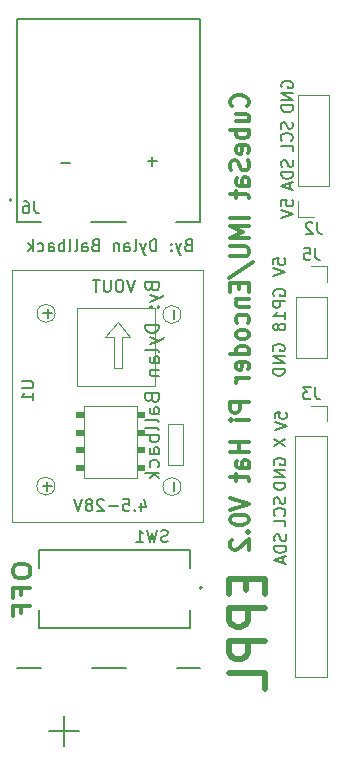
<source format=gbr>
%TF.GenerationSoftware,KiCad,Pcbnew,(6.0.5-0)*%
%TF.CreationDate,2024-03-04T10:57:06-05:00*%
%TF.ProjectId,CubeSat PCB V0.2,43756265-5361-4742-9050-43422056302e,rev?*%
%TF.SameCoordinates,Original*%
%TF.FileFunction,Legend,Bot*%
%TF.FilePolarity,Positive*%
%FSLAX46Y46*%
G04 Gerber Fmt 4.6, Leading zero omitted, Abs format (unit mm)*
G04 Created by KiCad (PCBNEW (6.0.5-0)) date 2024-03-04 10:57:06*
%MOMM*%
%LPD*%
G01*
G04 APERTURE LIST*
%ADD10C,0.200000*%
%ADD11C,0.150000*%
%ADD12C,0.300000*%
%ADD13C,0.500000*%
%ADD14C,0.100000*%
%ADD15C,0.120000*%
%ADD16C,0.127000*%
G04 APERTURE END LIST*
D10*
X104014285Y-85264285D02*
X104071428Y-85435714D01*
X104128571Y-85492857D01*
X104242857Y-85550000D01*
X104414285Y-85550000D01*
X104528571Y-85492857D01*
X104585714Y-85435714D01*
X104642857Y-85321428D01*
X104642857Y-84864285D01*
X103442857Y-84864285D01*
X103442857Y-85264285D01*
X103500000Y-85378571D01*
X103557142Y-85435714D01*
X103671428Y-85492857D01*
X103785714Y-85492857D01*
X103900000Y-85435714D01*
X103957142Y-85378571D01*
X104014285Y-85264285D01*
X104014285Y-84864285D01*
X103842857Y-85950000D02*
X104642857Y-86235714D01*
X103842857Y-86521428D02*
X104642857Y-86235714D01*
X104928571Y-86121428D01*
X104985714Y-86064285D01*
X105042857Y-85950000D01*
X104528571Y-86978571D02*
X104585714Y-87035714D01*
X104642857Y-86978571D01*
X104585714Y-86921428D01*
X104528571Y-86978571D01*
X104642857Y-86978571D01*
X103900000Y-86978571D02*
X103957142Y-87035714D01*
X104014285Y-86978571D01*
X103957142Y-86921428D01*
X103900000Y-86978571D01*
X104014285Y-86978571D01*
X104642857Y-88464285D02*
X103442857Y-88464285D01*
X103442857Y-88750000D01*
X103500000Y-88921428D01*
X103614285Y-89035714D01*
X103728571Y-89092857D01*
X103957142Y-89150000D01*
X104128571Y-89150000D01*
X104357142Y-89092857D01*
X104471428Y-89035714D01*
X104585714Y-88921428D01*
X104642857Y-88750000D01*
X104642857Y-88464285D01*
X103842857Y-89550000D02*
X104642857Y-89835714D01*
X103842857Y-90121428D02*
X104642857Y-89835714D01*
X104928571Y-89721428D01*
X104985714Y-89664285D01*
X105042857Y-89550000D01*
X104642857Y-90750000D02*
X104585714Y-90635714D01*
X104471428Y-90578571D01*
X103442857Y-90578571D01*
X104642857Y-91721428D02*
X104014285Y-91721428D01*
X103900000Y-91664285D01*
X103842857Y-91550000D01*
X103842857Y-91321428D01*
X103900000Y-91207142D01*
X104585714Y-91721428D02*
X104642857Y-91607142D01*
X104642857Y-91321428D01*
X104585714Y-91207142D01*
X104471428Y-91150000D01*
X104357142Y-91150000D01*
X104242857Y-91207142D01*
X104185714Y-91321428D01*
X104185714Y-91607142D01*
X104128571Y-91721428D01*
X103842857Y-92292857D02*
X104642857Y-92292857D01*
X103957142Y-92292857D02*
X103900000Y-92350000D01*
X103842857Y-92464285D01*
X103842857Y-92635714D01*
X103900000Y-92750000D01*
X104014285Y-92807142D01*
X104642857Y-92807142D01*
X104014285Y-94692857D02*
X104071428Y-94864285D01*
X104128571Y-94921428D01*
X104242857Y-94978571D01*
X104414285Y-94978571D01*
X104528571Y-94921428D01*
X104585714Y-94864285D01*
X104642857Y-94750000D01*
X104642857Y-94292857D01*
X103442857Y-94292857D01*
X103442857Y-94692857D01*
X103500000Y-94807142D01*
X103557142Y-94864285D01*
X103671428Y-94921428D01*
X103785714Y-94921428D01*
X103900000Y-94864285D01*
X103957142Y-94807142D01*
X104014285Y-94692857D01*
X104014285Y-94292857D01*
X104642857Y-96007142D02*
X104014285Y-96007142D01*
X103900000Y-95950000D01*
X103842857Y-95835714D01*
X103842857Y-95607142D01*
X103900000Y-95492857D01*
X104585714Y-96007142D02*
X104642857Y-95892857D01*
X104642857Y-95607142D01*
X104585714Y-95492857D01*
X104471428Y-95435714D01*
X104357142Y-95435714D01*
X104242857Y-95492857D01*
X104185714Y-95607142D01*
X104185714Y-95892857D01*
X104128571Y-96007142D01*
X104642857Y-96750000D02*
X104585714Y-96635714D01*
X104471428Y-96578571D01*
X103442857Y-96578571D01*
X104642857Y-97378571D02*
X104585714Y-97264285D01*
X104471428Y-97207142D01*
X103442857Y-97207142D01*
X104642857Y-97835714D02*
X103442857Y-97835714D01*
X103900000Y-97835714D02*
X103842857Y-97950000D01*
X103842857Y-98178571D01*
X103900000Y-98292857D01*
X103957142Y-98350000D01*
X104071428Y-98407142D01*
X104414285Y-98407142D01*
X104528571Y-98350000D01*
X104585714Y-98292857D01*
X104642857Y-98178571D01*
X104642857Y-97950000D01*
X104585714Y-97835714D01*
X104642857Y-99435714D02*
X104014285Y-99435714D01*
X103900000Y-99378571D01*
X103842857Y-99264285D01*
X103842857Y-99035714D01*
X103900000Y-98921428D01*
X104585714Y-99435714D02*
X104642857Y-99321428D01*
X104642857Y-99035714D01*
X104585714Y-98921428D01*
X104471428Y-98864285D01*
X104357142Y-98864285D01*
X104242857Y-98921428D01*
X104185714Y-99035714D01*
X104185714Y-99321428D01*
X104128571Y-99435714D01*
X104585714Y-100521428D02*
X104642857Y-100407142D01*
X104642857Y-100178571D01*
X104585714Y-100064285D01*
X104528571Y-100007142D01*
X104414285Y-99950000D01*
X104071428Y-99950000D01*
X103957142Y-100007142D01*
X103900000Y-100064285D01*
X103842857Y-100178571D01*
X103842857Y-100407142D01*
X103900000Y-100521428D01*
X104642857Y-101035714D02*
X103442857Y-101035714D01*
X104185714Y-101150000D02*
X104642857Y-101492857D01*
X103842857Y-101492857D02*
X104300000Y-101035714D01*
D11*
X115954761Y-74535714D02*
X116002380Y-74678571D01*
X116002380Y-74916666D01*
X115954761Y-75011904D01*
X115907142Y-75059523D01*
X115811904Y-75107142D01*
X115716666Y-75107142D01*
X115621428Y-75059523D01*
X115573809Y-75011904D01*
X115526190Y-74916666D01*
X115478571Y-74726190D01*
X115430952Y-74630952D01*
X115383333Y-74583333D01*
X115288095Y-74535714D01*
X115192857Y-74535714D01*
X115097619Y-74583333D01*
X115050000Y-74630952D01*
X115002380Y-74726190D01*
X115002380Y-74964285D01*
X115050000Y-75107142D01*
X116002380Y-75535714D02*
X115002380Y-75535714D01*
X115002380Y-75773809D01*
X115050000Y-75916666D01*
X115145238Y-76011904D01*
X115240476Y-76059523D01*
X115430952Y-76107142D01*
X115573809Y-76107142D01*
X115764285Y-76059523D01*
X115859523Y-76011904D01*
X115954761Y-75916666D01*
X116002380Y-75773809D01*
X116002380Y-75535714D01*
X115716666Y-76488095D02*
X115716666Y-76964285D01*
X116002380Y-76392857D02*
X115002380Y-76726190D01*
X116002380Y-77059523D01*
D12*
X92253571Y-109185714D02*
X92253571Y-109528571D01*
X92325000Y-109700000D01*
X92467857Y-109871428D01*
X92753571Y-109957142D01*
X93253571Y-109957142D01*
X93539285Y-109871428D01*
X93682142Y-109700000D01*
X93753571Y-109528571D01*
X93753571Y-109185714D01*
X93682142Y-109014285D01*
X93539285Y-108842857D01*
X93253571Y-108757142D01*
X92753571Y-108757142D01*
X92467857Y-108842857D01*
X92325000Y-109014285D01*
X92253571Y-109185714D01*
X92967857Y-111328571D02*
X92967857Y-110728571D01*
X93753571Y-110728571D02*
X92253571Y-110728571D01*
X92253571Y-111585714D01*
X92967857Y-112871428D02*
X92967857Y-112271428D01*
X93753571Y-112271428D02*
X92253571Y-112271428D01*
X92253571Y-113128571D01*
D11*
X115002380Y-78409523D02*
X115002380Y-77933333D01*
X115478571Y-77885714D01*
X115430952Y-77933333D01*
X115383333Y-78028571D01*
X115383333Y-78266666D01*
X115430952Y-78361904D01*
X115478571Y-78409523D01*
X115573809Y-78457142D01*
X115811904Y-78457142D01*
X115907142Y-78409523D01*
X115954761Y-78361904D01*
X116002380Y-78266666D01*
X116002380Y-78028571D01*
X115954761Y-77933333D01*
X115907142Y-77885714D01*
X115002380Y-78742857D02*
X116002380Y-79076190D01*
X115002380Y-79409523D01*
X107096428Y-81728571D02*
X106953571Y-81776190D01*
X106905952Y-81823809D01*
X106858333Y-81919047D01*
X106858333Y-82061904D01*
X106905952Y-82157142D01*
X106953571Y-82204761D01*
X107048809Y-82252380D01*
X107429761Y-82252380D01*
X107429761Y-81252380D01*
X107096428Y-81252380D01*
X107001190Y-81300000D01*
X106953571Y-81347619D01*
X106905952Y-81442857D01*
X106905952Y-81538095D01*
X106953571Y-81633333D01*
X107001190Y-81680952D01*
X107096428Y-81728571D01*
X107429761Y-81728571D01*
X106525000Y-81585714D02*
X106286904Y-82252380D01*
X106048809Y-81585714D02*
X106286904Y-82252380D01*
X106382142Y-82490476D01*
X106429761Y-82538095D01*
X106525000Y-82585714D01*
X105667857Y-82157142D02*
X105620238Y-82204761D01*
X105667857Y-82252380D01*
X105715476Y-82204761D01*
X105667857Y-82157142D01*
X105667857Y-82252380D01*
X105667857Y-81633333D02*
X105620238Y-81680952D01*
X105667857Y-81728571D01*
X105715476Y-81680952D01*
X105667857Y-81633333D01*
X105667857Y-81728571D01*
X104429761Y-82252380D02*
X104429761Y-81252380D01*
X104191666Y-81252380D01*
X104048809Y-81300000D01*
X103953571Y-81395238D01*
X103905952Y-81490476D01*
X103858333Y-81680952D01*
X103858333Y-81823809D01*
X103905952Y-82014285D01*
X103953571Y-82109523D01*
X104048809Y-82204761D01*
X104191666Y-82252380D01*
X104429761Y-82252380D01*
X103525000Y-81585714D02*
X103286904Y-82252380D01*
X103048809Y-81585714D02*
X103286904Y-82252380D01*
X103382142Y-82490476D01*
X103429761Y-82538095D01*
X103525000Y-82585714D01*
X102525000Y-82252380D02*
X102620238Y-82204761D01*
X102667857Y-82109523D01*
X102667857Y-81252380D01*
X101715476Y-82252380D02*
X101715476Y-81728571D01*
X101763095Y-81633333D01*
X101858333Y-81585714D01*
X102048809Y-81585714D01*
X102144047Y-81633333D01*
X101715476Y-82204761D02*
X101810714Y-82252380D01*
X102048809Y-82252380D01*
X102144047Y-82204761D01*
X102191666Y-82109523D01*
X102191666Y-82014285D01*
X102144047Y-81919047D01*
X102048809Y-81871428D01*
X101810714Y-81871428D01*
X101715476Y-81823809D01*
X101239285Y-81585714D02*
X101239285Y-82252380D01*
X101239285Y-81680952D02*
X101191666Y-81633333D01*
X101096428Y-81585714D01*
X100953571Y-81585714D01*
X100858333Y-81633333D01*
X100810714Y-81728571D01*
X100810714Y-82252380D01*
X99239285Y-81728571D02*
X99096428Y-81776190D01*
X99048809Y-81823809D01*
X99001190Y-81919047D01*
X99001190Y-82061904D01*
X99048809Y-82157142D01*
X99096428Y-82204761D01*
X99191666Y-82252380D01*
X99572619Y-82252380D01*
X99572619Y-81252380D01*
X99239285Y-81252380D01*
X99144047Y-81300000D01*
X99096428Y-81347619D01*
X99048809Y-81442857D01*
X99048809Y-81538095D01*
X99096428Y-81633333D01*
X99144047Y-81680952D01*
X99239285Y-81728571D01*
X99572619Y-81728571D01*
X98144047Y-82252380D02*
X98144047Y-81728571D01*
X98191666Y-81633333D01*
X98286904Y-81585714D01*
X98477380Y-81585714D01*
X98572619Y-81633333D01*
X98144047Y-82204761D02*
X98239285Y-82252380D01*
X98477380Y-82252380D01*
X98572619Y-82204761D01*
X98620238Y-82109523D01*
X98620238Y-82014285D01*
X98572619Y-81919047D01*
X98477380Y-81871428D01*
X98239285Y-81871428D01*
X98144047Y-81823809D01*
X97525000Y-82252380D02*
X97620238Y-82204761D01*
X97667857Y-82109523D01*
X97667857Y-81252380D01*
X97001190Y-82252380D02*
X97096428Y-82204761D01*
X97144047Y-82109523D01*
X97144047Y-81252380D01*
X96620238Y-82252380D02*
X96620238Y-81252380D01*
X96620238Y-81633333D02*
X96525000Y-81585714D01*
X96334523Y-81585714D01*
X96239285Y-81633333D01*
X96191666Y-81680952D01*
X96144047Y-81776190D01*
X96144047Y-82061904D01*
X96191666Y-82157142D01*
X96239285Y-82204761D01*
X96334523Y-82252380D01*
X96525000Y-82252380D01*
X96620238Y-82204761D01*
X95286904Y-82252380D02*
X95286904Y-81728571D01*
X95334523Y-81633333D01*
X95429761Y-81585714D01*
X95620238Y-81585714D01*
X95715476Y-81633333D01*
X95286904Y-82204761D02*
X95382142Y-82252380D01*
X95620238Y-82252380D01*
X95715476Y-82204761D01*
X95763095Y-82109523D01*
X95763095Y-82014285D01*
X95715476Y-81919047D01*
X95620238Y-81871428D01*
X95382142Y-81871428D01*
X95286904Y-81823809D01*
X94382142Y-82204761D02*
X94477380Y-82252380D01*
X94667857Y-82252380D01*
X94763095Y-82204761D01*
X94810714Y-82157142D01*
X94858333Y-82061904D01*
X94858333Y-81776190D01*
X94810714Y-81680952D01*
X94763095Y-81633333D01*
X94667857Y-81585714D01*
X94477380Y-81585714D01*
X94382142Y-81633333D01*
X93953571Y-82252380D02*
X93953571Y-81252380D01*
X93858333Y-81871428D02*
X93572619Y-82252380D01*
X93572619Y-81585714D02*
X93953571Y-81966666D01*
X114400000Y-100338095D02*
X114352380Y-100242857D01*
X114352380Y-100100000D01*
X114400000Y-99957142D01*
X114495238Y-99861904D01*
X114590476Y-99814285D01*
X114780952Y-99766666D01*
X114923809Y-99766666D01*
X115114285Y-99814285D01*
X115209523Y-99861904D01*
X115304761Y-99957142D01*
X115352380Y-100100000D01*
X115352380Y-100195238D01*
X115304761Y-100338095D01*
X115257142Y-100385714D01*
X114923809Y-100385714D01*
X114923809Y-100195238D01*
X115352380Y-100814285D02*
X114352380Y-100814285D01*
X115352380Y-101385714D01*
X114352380Y-101385714D01*
X115352380Y-101861904D02*
X114352380Y-101861904D01*
X114352380Y-102100000D01*
X114400000Y-102242857D01*
X114495238Y-102338095D01*
X114590476Y-102385714D01*
X114780952Y-102433333D01*
X114923809Y-102433333D01*
X115114285Y-102385714D01*
X115209523Y-102338095D01*
X115304761Y-102242857D01*
X115352380Y-102100000D01*
X115352380Y-101861904D01*
X114352380Y-98116666D02*
X115352380Y-98783333D01*
X114352380Y-98783333D02*
X115352380Y-98116666D01*
X114325000Y-90688095D02*
X114277380Y-90592857D01*
X114277380Y-90450000D01*
X114325000Y-90307142D01*
X114420238Y-90211904D01*
X114515476Y-90164285D01*
X114705952Y-90116666D01*
X114848809Y-90116666D01*
X115039285Y-90164285D01*
X115134523Y-90211904D01*
X115229761Y-90307142D01*
X115277380Y-90450000D01*
X115277380Y-90545238D01*
X115229761Y-90688095D01*
X115182142Y-90735714D01*
X114848809Y-90735714D01*
X114848809Y-90545238D01*
X115277380Y-91164285D02*
X114277380Y-91164285D01*
X115277380Y-91735714D01*
X114277380Y-91735714D01*
X115277380Y-92211904D02*
X114277380Y-92211904D01*
X114277380Y-92450000D01*
X114325000Y-92592857D01*
X114420238Y-92688095D01*
X114515476Y-92735714D01*
X114705952Y-92783333D01*
X114848809Y-92783333D01*
X115039285Y-92735714D01*
X115134523Y-92688095D01*
X115229761Y-92592857D01*
X115277380Y-92450000D01*
X115277380Y-92211904D01*
X115050000Y-68388095D02*
X115002380Y-68292857D01*
X115002380Y-68150000D01*
X115050000Y-68007142D01*
X115145238Y-67911904D01*
X115240476Y-67864285D01*
X115430952Y-67816666D01*
X115573809Y-67816666D01*
X115764285Y-67864285D01*
X115859523Y-67911904D01*
X115954761Y-68007142D01*
X116002380Y-68150000D01*
X116002380Y-68245238D01*
X115954761Y-68388095D01*
X115907142Y-68435714D01*
X115573809Y-68435714D01*
X115573809Y-68245238D01*
X116002380Y-68864285D02*
X115002380Y-68864285D01*
X116002380Y-69435714D01*
X115002380Y-69435714D01*
X116002380Y-69911904D02*
X115002380Y-69911904D01*
X115002380Y-70150000D01*
X115050000Y-70292857D01*
X115145238Y-70388095D01*
X115240476Y-70435714D01*
X115430952Y-70483333D01*
X115573809Y-70483333D01*
X115764285Y-70435714D01*
X115859523Y-70388095D01*
X115954761Y-70292857D01*
X116002380Y-70150000D01*
X116002380Y-69911904D01*
D12*
X112096428Y-69978571D02*
X112172619Y-69907142D01*
X112248809Y-69692857D01*
X112248809Y-69550000D01*
X112172619Y-69335714D01*
X112020238Y-69192857D01*
X111867857Y-69121428D01*
X111563095Y-69050000D01*
X111334523Y-69050000D01*
X111029761Y-69121428D01*
X110877380Y-69192857D01*
X110725000Y-69335714D01*
X110648809Y-69550000D01*
X110648809Y-69692857D01*
X110725000Y-69907142D01*
X110801190Y-69978571D01*
X111182142Y-71264285D02*
X112248809Y-71264285D01*
X111182142Y-70621428D02*
X112020238Y-70621428D01*
X112172619Y-70692857D01*
X112248809Y-70835714D01*
X112248809Y-71050000D01*
X112172619Y-71192857D01*
X112096428Y-71264285D01*
X112248809Y-71978571D02*
X110648809Y-71978571D01*
X111258333Y-71978571D02*
X111182142Y-72121428D01*
X111182142Y-72407142D01*
X111258333Y-72550000D01*
X111334523Y-72621428D01*
X111486904Y-72692857D01*
X111944047Y-72692857D01*
X112096428Y-72621428D01*
X112172619Y-72550000D01*
X112248809Y-72407142D01*
X112248809Y-72121428D01*
X112172619Y-71978571D01*
X112172619Y-73907142D02*
X112248809Y-73764285D01*
X112248809Y-73478571D01*
X112172619Y-73335714D01*
X112020238Y-73264285D01*
X111410714Y-73264285D01*
X111258333Y-73335714D01*
X111182142Y-73478571D01*
X111182142Y-73764285D01*
X111258333Y-73907142D01*
X111410714Y-73978571D01*
X111563095Y-73978571D01*
X111715476Y-73264285D01*
X112172619Y-74550000D02*
X112248809Y-74764285D01*
X112248809Y-75121428D01*
X112172619Y-75264285D01*
X112096428Y-75335714D01*
X111944047Y-75407142D01*
X111791666Y-75407142D01*
X111639285Y-75335714D01*
X111563095Y-75264285D01*
X111486904Y-75121428D01*
X111410714Y-74835714D01*
X111334523Y-74692857D01*
X111258333Y-74621428D01*
X111105952Y-74550000D01*
X110953571Y-74550000D01*
X110801190Y-74621428D01*
X110725000Y-74692857D01*
X110648809Y-74835714D01*
X110648809Y-75192857D01*
X110725000Y-75407142D01*
X112248809Y-76692857D02*
X111410714Y-76692857D01*
X111258333Y-76621428D01*
X111182142Y-76478571D01*
X111182142Y-76192857D01*
X111258333Y-76050000D01*
X112172619Y-76692857D02*
X112248809Y-76550000D01*
X112248809Y-76192857D01*
X112172619Y-76050000D01*
X112020238Y-75978571D01*
X111867857Y-75978571D01*
X111715476Y-76050000D01*
X111639285Y-76192857D01*
X111639285Y-76550000D01*
X111563095Y-76692857D01*
X111182142Y-77192857D02*
X111182142Y-77764285D01*
X110648809Y-77407142D02*
X112020238Y-77407142D01*
X112172619Y-77478571D01*
X112248809Y-77621428D01*
X112248809Y-77764285D01*
X112248809Y-79407142D02*
X110648809Y-79407142D01*
X112248809Y-80121428D02*
X110648809Y-80121428D01*
X111791666Y-80621428D01*
X110648809Y-81121428D01*
X112248809Y-81121428D01*
X110648809Y-81835714D02*
X111944047Y-81835714D01*
X112096428Y-81907142D01*
X112172619Y-81978571D01*
X112248809Y-82121428D01*
X112248809Y-82407142D01*
X112172619Y-82550000D01*
X112096428Y-82621428D01*
X111944047Y-82692857D01*
X110648809Y-82692857D01*
X110572619Y-84478571D02*
X112629761Y-83192857D01*
X111410714Y-84978571D02*
X111410714Y-85478571D01*
X112248809Y-85692857D02*
X112248809Y-84978571D01*
X110648809Y-84978571D01*
X110648809Y-85692857D01*
X111182142Y-86335714D02*
X112248809Y-86335714D01*
X111334523Y-86335714D02*
X111258333Y-86407142D01*
X111182142Y-86550000D01*
X111182142Y-86764285D01*
X111258333Y-86907142D01*
X111410714Y-86978571D01*
X112248809Y-86978571D01*
X112172619Y-88335714D02*
X112248809Y-88192857D01*
X112248809Y-87907142D01*
X112172619Y-87764285D01*
X112096428Y-87692857D01*
X111944047Y-87621428D01*
X111486904Y-87621428D01*
X111334523Y-87692857D01*
X111258333Y-87764285D01*
X111182142Y-87907142D01*
X111182142Y-88192857D01*
X111258333Y-88335714D01*
X112248809Y-89192857D02*
X112172619Y-89050000D01*
X112096428Y-88978571D01*
X111944047Y-88907142D01*
X111486904Y-88907142D01*
X111334523Y-88978571D01*
X111258333Y-89050000D01*
X111182142Y-89192857D01*
X111182142Y-89407142D01*
X111258333Y-89550000D01*
X111334523Y-89621428D01*
X111486904Y-89692857D01*
X111944047Y-89692857D01*
X112096428Y-89621428D01*
X112172619Y-89550000D01*
X112248809Y-89407142D01*
X112248809Y-89192857D01*
X112248809Y-90978571D02*
X110648809Y-90978571D01*
X112172619Y-90978571D02*
X112248809Y-90835714D01*
X112248809Y-90550000D01*
X112172619Y-90407142D01*
X112096428Y-90335714D01*
X111944047Y-90264285D01*
X111486904Y-90264285D01*
X111334523Y-90335714D01*
X111258333Y-90407142D01*
X111182142Y-90550000D01*
X111182142Y-90835714D01*
X111258333Y-90978571D01*
X112172619Y-92264285D02*
X112248809Y-92121428D01*
X112248809Y-91835714D01*
X112172619Y-91692857D01*
X112020238Y-91621428D01*
X111410714Y-91621428D01*
X111258333Y-91692857D01*
X111182142Y-91835714D01*
X111182142Y-92121428D01*
X111258333Y-92264285D01*
X111410714Y-92335714D01*
X111563095Y-92335714D01*
X111715476Y-91621428D01*
X112248809Y-92978571D02*
X111182142Y-92978571D01*
X111486904Y-92978571D02*
X111334523Y-93050000D01*
X111258333Y-93121428D01*
X111182142Y-93264285D01*
X111182142Y-93407142D01*
X112248809Y-95050000D02*
X110648809Y-95050000D01*
X110648809Y-95621428D01*
X110725000Y-95764285D01*
X110801190Y-95835714D01*
X110953571Y-95907142D01*
X111182142Y-95907142D01*
X111334523Y-95835714D01*
X111410714Y-95764285D01*
X111486904Y-95621428D01*
X111486904Y-95050000D01*
X112248809Y-96550000D02*
X111182142Y-96550000D01*
X110648809Y-96550000D02*
X110725000Y-96478571D01*
X110801190Y-96550000D01*
X110725000Y-96621428D01*
X110648809Y-96550000D01*
X110801190Y-96550000D01*
X112248809Y-98407142D02*
X110648809Y-98407142D01*
X111410714Y-98407142D02*
X111410714Y-99264285D01*
X112248809Y-99264285D02*
X110648809Y-99264285D01*
X112248809Y-100621428D02*
X111410714Y-100621428D01*
X111258333Y-100550000D01*
X111182142Y-100407142D01*
X111182142Y-100121428D01*
X111258333Y-99978571D01*
X112172619Y-100621428D02*
X112248809Y-100478571D01*
X112248809Y-100121428D01*
X112172619Y-99978571D01*
X112020238Y-99907142D01*
X111867857Y-99907142D01*
X111715476Y-99978571D01*
X111639285Y-100121428D01*
X111639285Y-100478571D01*
X111563095Y-100621428D01*
X111182142Y-101121428D02*
X111182142Y-101692857D01*
X110648809Y-101335714D02*
X112020238Y-101335714D01*
X112172619Y-101407142D01*
X112248809Y-101550000D01*
X112248809Y-101692857D01*
X110648809Y-103121428D02*
X112248809Y-103621428D01*
X110648809Y-104121428D01*
X110648809Y-104907142D02*
X110648809Y-105050000D01*
X110725000Y-105192857D01*
X110801190Y-105264285D01*
X110953571Y-105335714D01*
X111258333Y-105407142D01*
X111639285Y-105407142D01*
X111944047Y-105335714D01*
X112096428Y-105264285D01*
X112172619Y-105192857D01*
X112248809Y-105050000D01*
X112248809Y-104907142D01*
X112172619Y-104764285D01*
X112096428Y-104692857D01*
X111944047Y-104621428D01*
X111639285Y-104550000D01*
X111258333Y-104550000D01*
X110953571Y-104621428D01*
X110801190Y-104692857D01*
X110725000Y-104764285D01*
X110648809Y-104907142D01*
X112096428Y-106050000D02*
X112172619Y-106121428D01*
X112248809Y-106050000D01*
X112172619Y-105978571D01*
X112096428Y-106050000D01*
X112248809Y-106050000D01*
X110801190Y-106692857D02*
X110725000Y-106764285D01*
X110648809Y-106907142D01*
X110648809Y-107264285D01*
X110725000Y-107407142D01*
X110801190Y-107478571D01*
X110953571Y-107550000D01*
X111105952Y-107550000D01*
X111334523Y-107478571D01*
X112248809Y-106621428D01*
X112248809Y-107550000D01*
D11*
X114375000Y-86009523D02*
X114327380Y-85914285D01*
X114327380Y-85771428D01*
X114375000Y-85628571D01*
X114470238Y-85533333D01*
X114565476Y-85485714D01*
X114755952Y-85438095D01*
X114898809Y-85438095D01*
X115089285Y-85485714D01*
X115184523Y-85533333D01*
X115279761Y-85628571D01*
X115327380Y-85771428D01*
X115327380Y-85866666D01*
X115279761Y-86009523D01*
X115232142Y-86057142D01*
X114898809Y-86057142D01*
X114898809Y-85866666D01*
X115327380Y-86485714D02*
X114327380Y-86485714D01*
X114327380Y-86866666D01*
X114375000Y-86961904D01*
X114422619Y-87009523D01*
X114517857Y-87057142D01*
X114660714Y-87057142D01*
X114755952Y-87009523D01*
X114803571Y-86961904D01*
X114851190Y-86866666D01*
X114851190Y-86485714D01*
X115327380Y-88009523D02*
X115327380Y-87438095D01*
X115327380Y-87723809D02*
X114327380Y-87723809D01*
X114470238Y-87628571D01*
X114565476Y-87533333D01*
X114613095Y-87438095D01*
X114755952Y-88580952D02*
X114708333Y-88485714D01*
X114660714Y-88438095D01*
X114565476Y-88390476D01*
X114517857Y-88390476D01*
X114422619Y-88438095D01*
X114375000Y-88485714D01*
X114327380Y-88580952D01*
X114327380Y-88771428D01*
X114375000Y-88866666D01*
X114422619Y-88914285D01*
X114517857Y-88961904D01*
X114565476Y-88961904D01*
X114660714Y-88914285D01*
X114708333Y-88866666D01*
X114755952Y-88771428D01*
X114755952Y-88580952D01*
X114803571Y-88485714D01*
X114851190Y-88438095D01*
X114946428Y-88390476D01*
X115136904Y-88390476D01*
X115232142Y-88438095D01*
X115279761Y-88485714D01*
X115327380Y-88580952D01*
X115327380Y-88771428D01*
X115279761Y-88866666D01*
X115232142Y-88914285D01*
X115136904Y-88961904D01*
X114946428Y-88961904D01*
X114851190Y-88914285D01*
X114803571Y-88866666D01*
X114755952Y-88771428D01*
X115304761Y-103059523D02*
X115352380Y-103202380D01*
X115352380Y-103440476D01*
X115304761Y-103535714D01*
X115257142Y-103583333D01*
X115161904Y-103630952D01*
X115066666Y-103630952D01*
X114971428Y-103583333D01*
X114923809Y-103535714D01*
X114876190Y-103440476D01*
X114828571Y-103250000D01*
X114780952Y-103154761D01*
X114733333Y-103107142D01*
X114638095Y-103059523D01*
X114542857Y-103059523D01*
X114447619Y-103107142D01*
X114400000Y-103154761D01*
X114352380Y-103250000D01*
X114352380Y-103488095D01*
X114400000Y-103630952D01*
X115257142Y-104630952D02*
X115304761Y-104583333D01*
X115352380Y-104440476D01*
X115352380Y-104345238D01*
X115304761Y-104202380D01*
X115209523Y-104107142D01*
X115114285Y-104059523D01*
X114923809Y-104011904D01*
X114780952Y-104011904D01*
X114590476Y-104059523D01*
X114495238Y-104107142D01*
X114400000Y-104202380D01*
X114352380Y-104345238D01*
X114352380Y-104440476D01*
X114400000Y-104583333D01*
X114447619Y-104630952D01*
X115352380Y-105535714D02*
X115352380Y-105059523D01*
X114352380Y-105059523D01*
X115354761Y-106235714D02*
X115402380Y-106378571D01*
X115402380Y-106616666D01*
X115354761Y-106711904D01*
X115307142Y-106759523D01*
X115211904Y-106807142D01*
X115116666Y-106807142D01*
X115021428Y-106759523D01*
X114973809Y-106711904D01*
X114926190Y-106616666D01*
X114878571Y-106426190D01*
X114830952Y-106330952D01*
X114783333Y-106283333D01*
X114688095Y-106235714D01*
X114592857Y-106235714D01*
X114497619Y-106283333D01*
X114450000Y-106330952D01*
X114402380Y-106426190D01*
X114402380Y-106664285D01*
X114450000Y-106807142D01*
X115402380Y-107235714D02*
X114402380Y-107235714D01*
X114402380Y-107473809D01*
X114450000Y-107616666D01*
X114545238Y-107711904D01*
X114640476Y-107759523D01*
X114830952Y-107807142D01*
X114973809Y-107807142D01*
X115164285Y-107759523D01*
X115259523Y-107711904D01*
X115354761Y-107616666D01*
X115402380Y-107473809D01*
X115402380Y-107235714D01*
X115116666Y-108188095D02*
X115116666Y-108664285D01*
X115402380Y-108092857D02*
X114402380Y-108426190D01*
X115402380Y-108759523D01*
X114327380Y-83359523D02*
X114327380Y-82883333D01*
X114803571Y-82835714D01*
X114755952Y-82883333D01*
X114708333Y-82978571D01*
X114708333Y-83216666D01*
X114755952Y-83311904D01*
X114803571Y-83359523D01*
X114898809Y-83407142D01*
X115136904Y-83407142D01*
X115232142Y-83359523D01*
X115279761Y-83311904D01*
X115327380Y-83216666D01*
X115327380Y-82978571D01*
X115279761Y-82883333D01*
X115232142Y-82835714D01*
X114327380Y-83692857D02*
X115327380Y-84026190D01*
X114327380Y-84359523D01*
X114452380Y-96409523D02*
X114452380Y-95933333D01*
X114928571Y-95885714D01*
X114880952Y-95933333D01*
X114833333Y-96028571D01*
X114833333Y-96266666D01*
X114880952Y-96361904D01*
X114928571Y-96409523D01*
X115023809Y-96457142D01*
X115261904Y-96457142D01*
X115357142Y-96409523D01*
X115404761Y-96361904D01*
X115452380Y-96266666D01*
X115452380Y-96028571D01*
X115404761Y-95933333D01*
X115357142Y-95885714D01*
X114452380Y-96742857D02*
X115452380Y-97076190D01*
X114452380Y-97409523D01*
X115904761Y-71309523D02*
X115952380Y-71452380D01*
X115952380Y-71690476D01*
X115904761Y-71785714D01*
X115857142Y-71833333D01*
X115761904Y-71880952D01*
X115666666Y-71880952D01*
X115571428Y-71833333D01*
X115523809Y-71785714D01*
X115476190Y-71690476D01*
X115428571Y-71500000D01*
X115380952Y-71404761D01*
X115333333Y-71357142D01*
X115238095Y-71309523D01*
X115142857Y-71309523D01*
X115047619Y-71357142D01*
X115000000Y-71404761D01*
X114952380Y-71500000D01*
X114952380Y-71738095D01*
X115000000Y-71880952D01*
X115857142Y-72880952D02*
X115904761Y-72833333D01*
X115952380Y-72690476D01*
X115952380Y-72595238D01*
X115904761Y-72452380D01*
X115809523Y-72357142D01*
X115714285Y-72309523D01*
X115523809Y-72261904D01*
X115380952Y-72261904D01*
X115190476Y-72309523D01*
X115095238Y-72357142D01*
X115000000Y-72452380D01*
X114952380Y-72595238D01*
X114952380Y-72690476D01*
X115000000Y-72833333D01*
X115047619Y-72880952D01*
X115952380Y-73785714D02*
X115952380Y-73309523D01*
X114952380Y-73309523D01*
D13*
X112010714Y-109997619D02*
X112010714Y-110914285D01*
X113582142Y-111307142D02*
X113582142Y-109997619D01*
X110582142Y-109997619D01*
X110582142Y-111307142D01*
X113582142Y-112485714D02*
X110582142Y-112485714D01*
X110582142Y-113533333D01*
X110725000Y-113795238D01*
X110867857Y-113926190D01*
X111153571Y-114057142D01*
X111582142Y-114057142D01*
X111867857Y-113926190D01*
X112010714Y-113795238D01*
X112153571Y-113533333D01*
X112153571Y-112485714D01*
X113582142Y-115235714D02*
X110582142Y-115235714D01*
X110582142Y-116283333D01*
X110725000Y-116545238D01*
X110867857Y-116676190D01*
X111153571Y-116807142D01*
X111582142Y-116807142D01*
X111867857Y-116676190D01*
X112010714Y-116545238D01*
X112153571Y-116283333D01*
X112153571Y-115235714D01*
X113582142Y-119295238D02*
X113582142Y-117985714D01*
X110582142Y-117985714D01*
D11*
%TO.C,U1*%
X93011180Y-93274095D02*
X93820704Y-93274095D01*
X93915942Y-93321714D01*
X93963561Y-93369333D01*
X94011180Y-93464571D01*
X94011180Y-93655047D01*
X93963561Y-93750285D01*
X93915942Y-93797904D01*
X93820704Y-93845523D01*
X93011180Y-93845523D01*
X94011180Y-94845523D02*
X94011180Y-94274095D01*
X94011180Y-94559809D02*
X93011180Y-94559809D01*
X93154038Y-94464571D01*
X93249276Y-94369333D01*
X93296895Y-94274095D01*
X95217728Y-87127247D02*
X95217728Y-87889152D01*
X95598680Y-87508200D02*
X94836776Y-87508200D01*
X95192328Y-101757647D02*
X95192328Y-102519552D01*
X95573280Y-102138600D02*
X94811376Y-102138600D01*
X103093009Y-103575314D02*
X103093009Y-104241980D01*
X103331104Y-103194361D02*
X103569200Y-103908647D01*
X102950152Y-103908647D01*
X102569200Y-104146742D02*
X102521580Y-104194361D01*
X102569200Y-104241980D01*
X102616819Y-104194361D01*
X102569200Y-104146742D01*
X102569200Y-104241980D01*
X101616819Y-103241980D02*
X102093009Y-103241980D01*
X102140628Y-103718171D01*
X102093009Y-103670552D01*
X101997771Y-103622933D01*
X101759676Y-103622933D01*
X101664438Y-103670552D01*
X101616819Y-103718171D01*
X101569200Y-103813409D01*
X101569200Y-104051504D01*
X101616819Y-104146742D01*
X101664438Y-104194361D01*
X101759676Y-104241980D01*
X101997771Y-104241980D01*
X102093009Y-104194361D01*
X102140628Y-104146742D01*
X101140628Y-103861028D02*
X100378723Y-103861028D01*
X99950152Y-103337219D02*
X99902533Y-103289600D01*
X99807295Y-103241980D01*
X99569200Y-103241980D01*
X99473961Y-103289600D01*
X99426342Y-103337219D01*
X99378723Y-103432457D01*
X99378723Y-103527695D01*
X99426342Y-103670552D01*
X99997771Y-104241980D01*
X99378723Y-104241980D01*
X98807295Y-103670552D02*
X98902533Y-103622933D01*
X98950152Y-103575314D01*
X98997771Y-103480076D01*
X98997771Y-103432457D01*
X98950152Y-103337219D01*
X98902533Y-103289600D01*
X98807295Y-103241980D01*
X98616819Y-103241980D01*
X98521580Y-103289600D01*
X98473961Y-103337219D01*
X98426342Y-103432457D01*
X98426342Y-103480076D01*
X98473961Y-103575314D01*
X98521580Y-103622933D01*
X98616819Y-103670552D01*
X98807295Y-103670552D01*
X98902533Y-103718171D01*
X98950152Y-103765790D01*
X98997771Y-103861028D01*
X98997771Y-104051504D01*
X98950152Y-104146742D01*
X98902533Y-104194361D01*
X98807295Y-104241980D01*
X98616819Y-104241980D01*
X98521580Y-104194361D01*
X98473961Y-104146742D01*
X98426342Y-104051504D01*
X98426342Y-103861028D01*
X98473961Y-103765790D01*
X98521580Y-103718171D01*
X98616819Y-103670552D01*
X98140628Y-103241980D02*
X97807295Y-104241980D01*
X97473961Y-103241980D01*
X105873028Y-87228847D02*
X105873028Y-87990752D01*
X105873028Y-101808447D02*
X105873028Y-102570352D01*
X102585104Y-84674580D02*
X102251771Y-85674580D01*
X101918438Y-84674580D01*
X101394628Y-84674580D02*
X101204152Y-84674580D01*
X101108914Y-84722200D01*
X101013676Y-84817438D01*
X100966057Y-85007914D01*
X100966057Y-85341247D01*
X101013676Y-85531723D01*
X101108914Y-85626961D01*
X101204152Y-85674580D01*
X101394628Y-85674580D01*
X101489866Y-85626961D01*
X101585104Y-85531723D01*
X101632723Y-85341247D01*
X101632723Y-85007914D01*
X101585104Y-84817438D01*
X101489866Y-84722200D01*
X101394628Y-84674580D01*
X100537485Y-84674580D02*
X100537485Y-85484104D01*
X100489866Y-85579342D01*
X100442247Y-85626961D01*
X100347009Y-85674580D01*
X100156533Y-85674580D01*
X100061295Y-85626961D01*
X100013676Y-85579342D01*
X99966057Y-85484104D01*
X99966057Y-84674580D01*
X99632723Y-84674580D02*
X99061295Y-84674580D01*
X99347009Y-85674580D02*
X99347009Y-84674580D01*
%TO.C,J6*%
X94095833Y-78027380D02*
X94095833Y-78741666D01*
X94143452Y-78884523D01*
X94238690Y-78979761D01*
X94381547Y-79027380D01*
X94476785Y-79027380D01*
X93191071Y-78027380D02*
X93381547Y-78027380D01*
X93476785Y-78075000D01*
X93524404Y-78122619D01*
X93619642Y-78265476D01*
X93667261Y-78455952D01*
X93667261Y-78836904D01*
X93619642Y-78932142D01*
X93572023Y-78979761D01*
X93476785Y-79027380D01*
X93286309Y-79027380D01*
X93191071Y-78979761D01*
X93143452Y-78932142D01*
X93095833Y-78836904D01*
X93095833Y-78598809D01*
X93143452Y-78503571D01*
X93191071Y-78455952D01*
X93286309Y-78408333D01*
X93476785Y-78408333D01*
X93572023Y-78455952D01*
X93619642Y-78503571D01*
X93667261Y-78598809D01*
X103681547Y-74653571D02*
X104443452Y-74653571D01*
X104062500Y-74272619D02*
X104062500Y-75034523D01*
X96381547Y-74753571D02*
X97143452Y-74753571D01*
%TO.C,SW1*%
X105383333Y-106809761D02*
X105240476Y-106857380D01*
X105002380Y-106857380D01*
X104907142Y-106809761D01*
X104859523Y-106762142D01*
X104811904Y-106666904D01*
X104811904Y-106571666D01*
X104859523Y-106476428D01*
X104907142Y-106428809D01*
X105002380Y-106381190D01*
X105192857Y-106333571D01*
X105288095Y-106285952D01*
X105335714Y-106238333D01*
X105383333Y-106143095D01*
X105383333Y-106047857D01*
X105335714Y-105952619D01*
X105288095Y-105905000D01*
X105192857Y-105857380D01*
X104954761Y-105857380D01*
X104811904Y-105905000D01*
X104478571Y-105857380D02*
X104240476Y-106857380D01*
X104050000Y-106143095D01*
X103859523Y-106857380D01*
X103621428Y-105857380D01*
X102716666Y-106857380D02*
X103288095Y-106857380D01*
X103002380Y-106857380D02*
X103002380Y-105857380D01*
X103097619Y-106000238D01*
X103192857Y-106095476D01*
X103288095Y-106143095D01*
%TO.C,J5*%
X117883333Y-81997380D02*
X117883333Y-82711666D01*
X117930952Y-82854523D01*
X118026190Y-82949761D01*
X118169047Y-82997380D01*
X118264285Y-82997380D01*
X116930952Y-81997380D02*
X117407142Y-81997380D01*
X117454761Y-82473571D01*
X117407142Y-82425952D01*
X117311904Y-82378333D01*
X117073809Y-82378333D01*
X116978571Y-82425952D01*
X116930952Y-82473571D01*
X116883333Y-82568809D01*
X116883333Y-82806904D01*
X116930952Y-82902142D01*
X116978571Y-82949761D01*
X117073809Y-82997380D01*
X117311904Y-82997380D01*
X117407142Y-82949761D01*
X117454761Y-82902142D01*
%TO.C,J2*%
X118058333Y-79782380D02*
X118058333Y-80496666D01*
X118105952Y-80639523D01*
X118201190Y-80734761D01*
X118344047Y-80782380D01*
X118439285Y-80782380D01*
X117629761Y-79877619D02*
X117582142Y-79830000D01*
X117486904Y-79782380D01*
X117248809Y-79782380D01*
X117153571Y-79830000D01*
X117105952Y-79877619D01*
X117058333Y-79972857D01*
X117058333Y-80068095D01*
X117105952Y-80210952D01*
X117677380Y-80782380D01*
X117058333Y-80782380D01*
%TO.C,J3*%
X117858333Y-93772380D02*
X117858333Y-94486666D01*
X117905952Y-94629523D01*
X118001190Y-94724761D01*
X118144047Y-94772380D01*
X118239285Y-94772380D01*
X117477380Y-93772380D02*
X116858333Y-93772380D01*
X117191666Y-94153333D01*
X117048809Y-94153333D01*
X116953571Y-94200952D01*
X116905952Y-94248571D01*
X116858333Y-94343809D01*
X116858333Y-94581904D01*
X116905952Y-94677142D01*
X116953571Y-94724761D01*
X117048809Y-94772380D01*
X117334523Y-94772380D01*
X117429761Y-94724761D01*
X117477380Y-94677142D01*
%TO.C,U1*%
G36*
X103414000Y-99268400D02*
G01*
X102804400Y-99268400D01*
X102804400Y-98862000D01*
X103414000Y-98862000D01*
X103414000Y-99268400D01*
G37*
D14*
X103414000Y-99268400D02*
X102804400Y-99268400D01*
X102804400Y-98862000D01*
X103414000Y-98862000D01*
X103414000Y-99268400D01*
G36*
X103414000Y-96271200D02*
G01*
X102804400Y-96271200D01*
X102804400Y-95864800D01*
X103414000Y-95864800D01*
X103414000Y-96271200D01*
G37*
X103414000Y-96271200D02*
X102804400Y-96271200D01*
X102804400Y-95864800D01*
X103414000Y-95864800D01*
X103414000Y-96271200D01*
G36*
X103414000Y-100741600D02*
G01*
X102804400Y-100741600D01*
X102804400Y-100335200D01*
X103414000Y-100335200D01*
X103414000Y-100741600D01*
G37*
X103414000Y-100741600D02*
X102804400Y-100741600D01*
X102804400Y-100335200D01*
X103414000Y-100335200D01*
X103414000Y-100741600D01*
G36*
X103414000Y-97795200D02*
G01*
X102804400Y-97795200D01*
X102804400Y-97388800D01*
X103414000Y-97388800D01*
X103414000Y-97795200D01*
G37*
X103414000Y-97795200D02*
X102804400Y-97795200D01*
X102804400Y-97388800D01*
X103414000Y-97388800D01*
X103414000Y-97795200D01*
G36*
X98232400Y-97795200D02*
G01*
X97622800Y-97795200D01*
X97622800Y-97388800D01*
X98232400Y-97388800D01*
X98232400Y-97795200D01*
G37*
X98232400Y-97795200D02*
X97622800Y-97795200D01*
X97622800Y-97388800D01*
X98232400Y-97388800D01*
X98232400Y-97795200D01*
G36*
X98232400Y-99268400D02*
G01*
X97622800Y-99268400D01*
X97622800Y-98862000D01*
X98232400Y-98862000D01*
X98232400Y-99268400D01*
G37*
X98232400Y-99268400D02*
X97622800Y-99268400D01*
X97622800Y-98862000D01*
X98232400Y-98862000D01*
X98232400Y-99268400D01*
G36*
X98232400Y-96271200D02*
G01*
X97622800Y-96271200D01*
X97622800Y-95864800D01*
X98232400Y-95864800D01*
X98232400Y-96271200D01*
G37*
X98232400Y-96271200D02*
X97622800Y-96271200D01*
X97622800Y-95864800D01*
X98232400Y-95864800D01*
X98232400Y-96271200D01*
G36*
X98232400Y-100741600D02*
G01*
X97622800Y-100741600D01*
X97622800Y-100335200D01*
X98232400Y-100335200D01*
X98232400Y-100741600D01*
G37*
X98232400Y-100741600D02*
X97622800Y-100741600D01*
X97622800Y-100335200D01*
X98232400Y-100335200D01*
X98232400Y-100741600D01*
D15*
X106502741Y-87609800D02*
G75*
G03*
X106502741Y-87609800I-764641J0D01*
G01*
X95822041Y-102138600D02*
G75*
G03*
X95822041Y-102138600I-764641J0D01*
G01*
X95847441Y-87508200D02*
G75*
G03*
X95847441Y-87508200I-764641J0D01*
G01*
X106502741Y-102189400D02*
G75*
G03*
X106502741Y-102189400I-764641J0D01*
G01*
X102753600Y-101452800D02*
X102753600Y-95356800D01*
X92238000Y-83876000D02*
X108367000Y-83876000D01*
X106639800Y-96906200D02*
X105369800Y-96906200D01*
X98283200Y-95356800D02*
X98283200Y-101452800D01*
X98283200Y-95356800D02*
X102753600Y-95356800D01*
X105369800Y-96906200D02*
X105369800Y-100335200D01*
X100073900Y-89476700D02*
X100835900Y-89476700D01*
X105369800Y-100335200D02*
X106639800Y-100335200D01*
X97673600Y-87025600D02*
X97673600Y-93680400D01*
X108367000Y-105212000D02*
X92238000Y-105212000D01*
X104328400Y-87025600D02*
X97673600Y-87025600D01*
X100835900Y-92105600D02*
X100835900Y-89476700D01*
X101470900Y-89476700D02*
X102169400Y-89476700D01*
X92238000Y-105212000D02*
X92238000Y-83876000D01*
X100835900Y-92105600D02*
X101470900Y-92105600D01*
X102169400Y-89476700D02*
X101153400Y-88206700D01*
X101470900Y-92105600D02*
X101470900Y-89476700D01*
X104328400Y-93680400D02*
X104328400Y-87025600D01*
X98283200Y-101452800D02*
X102753600Y-101452800D01*
X108367000Y-83876000D02*
X108367000Y-105212000D01*
X106639800Y-100335200D02*
X106639800Y-96906200D01*
X104328400Y-93680400D02*
X97673600Y-93680400D01*
X101153400Y-88206700D02*
X100073900Y-89476700D01*
D16*
%TO.C,J4*%
X92650000Y-117525000D02*
X94622000Y-117525000D01*
X98978000Y-117525000D02*
X101822000Y-117525000D01*
X97860000Y-122875000D02*
X96590000Y-122875000D01*
X108150000Y-117525000D02*
X106178000Y-117525000D01*
X95320000Y-122875000D02*
X96590000Y-122875000D01*
X96590000Y-122875000D02*
X96590000Y-124145000D01*
X96590000Y-122875000D02*
X96590000Y-121605000D01*
%TO.C,J6*%
X108112500Y-62575000D02*
X92612500Y-62575000D01*
X92612500Y-62575000D02*
X92612500Y-79775000D01*
X106072500Y-79775000D02*
X108112500Y-79775000D01*
X108112500Y-79775000D02*
X108112500Y-62575000D01*
X98872500Y-79775000D02*
X101852500Y-79775000D01*
X92612500Y-79775000D02*
X94652500Y-79775000D01*
D10*
X92162500Y-77925000D02*
G75*
G03*
X92162500Y-77925000I-100000J0D01*
G01*
D16*
%TO.C,SW1*%
X107300000Y-114150000D02*
X107300000Y-112600000D01*
X107300000Y-107550000D02*
X94450000Y-107550000D01*
X94450000Y-112600000D02*
X94450000Y-114150000D01*
X94450000Y-114150000D02*
X107300000Y-114150000D01*
X107300000Y-109100000D02*
X107300000Y-107550000D01*
X94450000Y-107550000D02*
X94450000Y-109100000D01*
D10*
X108275000Y-110750000D02*
G75*
G03*
X108275000Y-110750000I-100000J0D01*
G01*
D15*
%TO.C,J5*%
X118880000Y-86145000D02*
X116220000Y-86145000D01*
X118880000Y-83545000D02*
X117550000Y-83545000D01*
X118880000Y-91285000D02*
X116220000Y-91285000D01*
X118880000Y-86145000D02*
X118880000Y-91285000D01*
X116220000Y-86145000D02*
X116220000Y-91285000D01*
X118880000Y-84875000D02*
X118880000Y-83545000D01*
%TO.C,J2*%
X116395000Y-76730000D02*
X116395000Y-69050000D01*
X116395000Y-76730000D02*
X119055000Y-76730000D01*
X116395000Y-79330000D02*
X117725000Y-79330000D01*
X116395000Y-78000000D02*
X116395000Y-79330000D01*
X119055000Y-76730000D02*
X119055000Y-69050000D01*
X116395000Y-69050000D02*
X119055000Y-69050000D01*
%TO.C,J3*%
X118855000Y-118300000D02*
X116195000Y-118300000D01*
X118855000Y-97920000D02*
X116195000Y-97920000D01*
X116195000Y-97920000D02*
X116195000Y-118300000D01*
X118855000Y-96650000D02*
X118855000Y-95320000D01*
X118855000Y-97920000D02*
X118855000Y-118300000D01*
X118855000Y-95320000D02*
X117525000Y-95320000D01*
%TD*%
M02*

</source>
